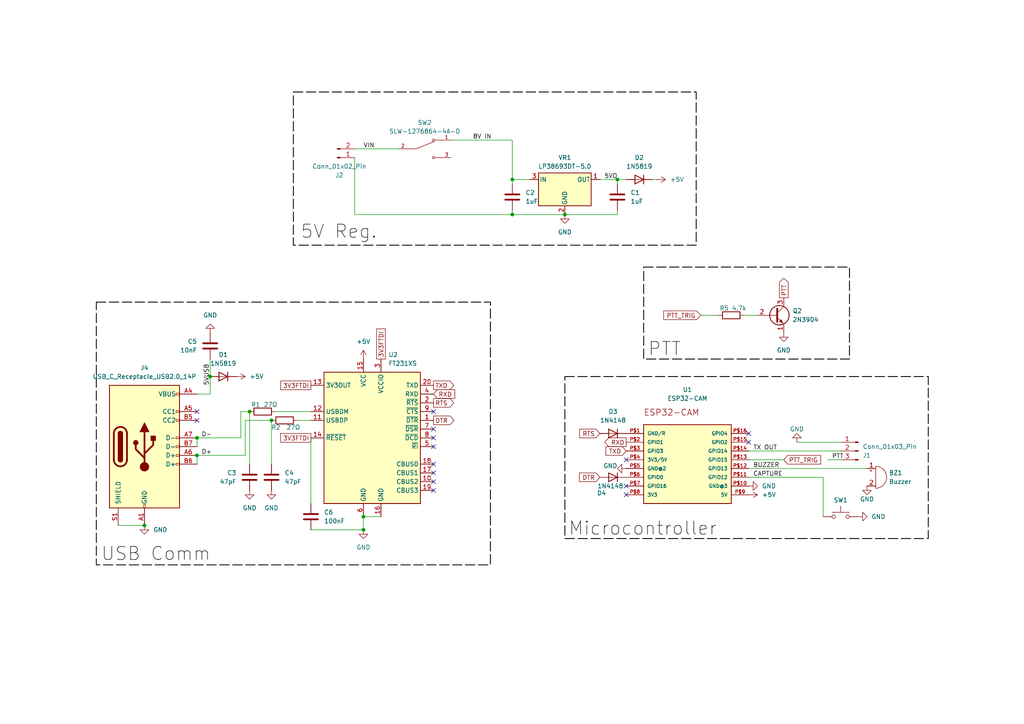
<source format=kicad_sch>
(kicad_sch (version 20250114) (generator "eeschema") (generator_version "9.0")
  (paper "A4")
  (title_block (title "SSTV Backpack") (date "2025-08-29") (rev "1.1"))
  (lib_symbols
    (symbol "Connector:Conn_01x02_Pin" (pin_names (offset 1.016) (hide yes))
      (property "Reference" "J" (at 0 2.54 0))
      (property "Value" "Conn_01x02_Pin" (at 0 -5.08 0))
      (symbol "Conn_01x02_Pin_1_1"
        (rectangle (start 0.8636 0.127) (end 0 -0.127) (stroke (width 0.1524)) (fill (type outline)))
        (rectangle (start 0.8636 -2.413) (end 0 -2.667) (stroke (width 0.1524)) (fill (type outline)))
        (polyline (pts (xy 1.27 0) (xy 0.8636 0)) (stroke (width 0.1524)))
        (polyline (pts (xy 1.27 -2.54) (xy 0.8636 -2.54)) (stroke (width 0.1524)))
        (pin passive line (at 5.08 0 180) (length 3.81) (name "Pin_1") (number "1"))
        (pin passive line (at 5.08 -2.54 180) (length 3.81) (name "Pin_2") (number "2"))
      )
    )
    (symbol "Connector:Conn_01x03_Pin" (pin_names (offset 1.016) (hide yes))
      (property "Reference" "J" (at 0 5.08 0))
      (property "Value" "Conn_01x03_Pin" (at 0 -5.08 0))
      (symbol "Conn_01x03_Pin_1_1"
        (rectangle (start 0.8636 2.667) (end 0 2.413) (stroke (width 0.1524)) (fill (type outline)))
        (rectangle (start 0.8636 0.127) (end 0 -0.127) (stroke (width 0.1524)) (fill (type outline)))
        (rectangle (start 0.8636 -2.413) (end 0 -2.667) (stroke (width 0.1524)) (fill (type outline)))
        (polyline (pts (xy 1.27 2.54) (xy 0.8636 2.54)) (stroke (width 0.1524)))
        (polyline (pts (xy 1.27 0) (xy 0.8636 0)) (stroke (width 0.1524)))
        (polyline (pts (xy 1.27 -2.54) (xy 0.8636 -2.54)) (stroke (width 0.1524)))
        (pin passive line (at 5.08 2.54 180) (length 3.81) (name "Pin_1") (number "1"))
        (pin passive line (at 5.08 0 180) (length 3.81) (name "Pin_2") (number "2"))
        (pin passive line (at 5.08 -2.54 180) (length 3.81) (name "Pin_3") (number "3"))
      )
    )
    (symbol "Connector:USB_C_Receptacle_USB2.0_14P" (pin_names (offset 1.016))
      (property "Reference" "J" (at 0 22.225 0))
      (property "Value" "USB_C_Receptacle_USB2.0_14P" (at 0 19.685 0))
      (symbol "USB_C_Receptacle_USB2.0_14P_0_0"
        (rectangle (start -0.254 -17.78) (end 0.254 -16.764))
        (rectangle (start 10.16 15.494) (end 9.144 14.986))
        (rectangle (start 10.16 10.414) (end 9.144 9.906))
        (rectangle (start 10.16 7.874) (end 9.144 7.366))
        (rectangle (start 10.16 2.794) (end 9.144 2.286))
        (rectangle (start 10.16 0.254) (end 9.144 -0.254))
        (rectangle (start 10.16 -2.286) (end 9.144 -2.794))
        (rectangle (start 10.16 -4.826) (end 9.144 -5.334))
      )
      (symbol "USB_C_Receptacle_USB2.0_14P_0_1"
        (rectangle (start -10.16 17.78) (end 10.16 -17.78) (stroke (width 0.254)) (fill (type background)))
        (polyline (pts (xy -8.89 -3.81) (xy -8.89 3.81)) (stroke (width 0.508)))
        (rectangle (start -7.62 -3.81) (end -6.35 3.81) (stroke (width 0.254)) (fill (type outline)))
        (arc (start -7.62 3.81) (mid -6.985 4.4423) (end -6.35 3.81) (stroke (width 0.254)))
        (arc (start -7.62 3.81) (mid -6.985 4.4423) (end -6.35 3.81) (stroke (width 0.254)) (fill (type outline)))
        (arc (start -8.89 3.81) (mid -6.985 5.7067) (end -5.08 3.81) (stroke (width 0.508)))
        (arc (start -5.08 -3.81) (mid -6.985 -5.7067) (end -8.89 -3.81) (stroke (width 0.508)))
        (arc (start -6.35 -3.81) (mid -6.985 -4.4423) (end -7.62 -3.81) (stroke (width 0.254)))
        (arc (start -6.35 -3.81) (mid -6.985 -4.4423) (end -7.62 -3.81) (stroke (width 0.254)) (fill (type outline)))
        (polyline (pts (xy -5.08 3.81) (xy -5.08 -3.81)) (stroke (width 0.508)))
        (circle (center -2.54 1.143) (radius 0.635) (stroke (width 0.254)) (fill (type outline)))
        (polyline (pts (xy -1.27 4.318) (xy 0 6.858) (xy 1.27 4.318) (xy -1.27 4.318)) (stroke (width 0.254)) (fill (type outline)))
        (polyline (pts (xy 0 -2.032) (xy 2.54 0.508) (xy 2.54 1.778)) (stroke (width 0.508)))
        (polyline (pts (xy 0 -3.302) (xy -2.54 -0.762) (xy -2.54 0.508)) (stroke (width 0.508)))
        (polyline (pts (xy 0 -5.842) (xy 0 4.318)) (stroke (width 0.508)))
        (circle (center 0 -5.842) (radius 1.27) (fill (type outline)))
        (rectangle (start 1.905 1.778) (end 3.175 3.048) (stroke (width 0.254)) (fill (type outline)))
      )
      (symbol "USB_C_Receptacle_USB2.0_14P_1_1"
        (pin passive line (at -7.62 -22.86 90) (length 5.08) (name "SHIELD") (number "S1"))
        (pin passive line (at 0 -22.86 90) (length 5.08) (name "GND") (number "A1"))
        (pin passive line (at 0 -22.86 90) (length 5.08) (hide yes) (name "GND") (number "A12"))
        (pin passive line (at 0 -22.86 90) (length 5.08) (hide yes) (name "GND") (number "B1"))
        (pin passive line (at 0 -22.86 90) (length 5.08) (hide yes) (name "GND") (number "B12"))
        (pin passive line (at 15.24 15.24 180) (length 5.08) (name "VBUS") (number "A4"))
        (pin passive line (at 15.24 15.24 180) (length 5.08) (hide yes) (name "VBUS") (number "A9"))
        (pin passive line (at 15.24 15.24 180) (length 5.08) (hide yes) (name "VBUS") (number "B4"))
        (pin passive line (at 15.24 15.24 180) (length 5.08) (hide yes) (name "VBUS") (number "B9"))
        (pin bidirectional line (at 15.24 10.16 180) (length 5.08) (name "CC1") (number "A5"))
        (pin bidirectional line (at 15.24 7.62 180) (length 5.08) (name "CC2") (number "B5"))
        (pin bidirectional line (at 15.24 2.54 180) (length 5.08) (name "D-") (number "A7"))
        (pin bidirectional line (at 15.24 0 180) (length 5.08) (name "D-") (number "B7"))
        (pin bidirectional line (at 15.24 -2.54 180) (length 5.08) (name "D+") (number "A6"))
        (pin bidirectional line (at 15.24 -5.08 180) (length 5.08) (name "D+") (number "B6"))
      )
    )
    (symbol "Device:Buzzer" (pin_names (offset 0.0254) (hide yes))
      (property "Reference" "BZ" (at 3.81 1.27 0))
      (property "Value" "Buzzer" (at 3.81 -1.27 0))
      (symbol "Buzzer_0_1"
        (polyline (pts (xy -1.651 1.905) (xy -1.143 1.905)))
        (polyline (pts (xy -1.397 2.159) (xy -1.397 1.651)))
        (arc (start 0 3.175) (mid 3.1612 0) (end 0 -3.175))
        (polyline (pts (xy 0 3.175) (xy 0 -3.175)))
      )
      (symbol "Buzzer_1_1"
        (pin passive line (at -2.54 2.54 0) (length 2.54) (name "+") (number "1"))
        (pin passive line (at -2.54 -2.54 0) (length 2.54) (name "-") (number "2"))
      )
    )
    (symbol "Device:C" (pin_numbers (hide yes)) (pin_names (offset 0.254))
      (property "Reference" "C" (at 0.635 2.54 0))
      (property "Value" "C" (at 0.635 -2.54 0))
      (symbol "C_0_1"
        (polyline (pts (xy -2.032 0.762) (xy 2.032 0.762)) (stroke (width 0.508)))
        (polyline (pts (xy -2.032 -0.762) (xy 2.032 -0.762)) (stroke (width 0.508)))
      )
      (symbol "C_1_1"
        (pin passive line (at 0 3.81 270) (length 2.794) (name "~") (number "1"))
        (pin passive line (at 0 -3.81 90) (length 2.794) (name "~") (number "2"))
      )
    )
    (symbol "Device:D" (pin_numbers (hide yes)) (pin_names (offset 1.016) (hide yes))
      (property "Reference" "D" (at 0 2.54 0))
      (property "Value" "D" (at 0 -2.54 0))
      (symbol "D_0_1"
        (polyline (pts (xy -1.27 1.27) (xy -1.27 -1.27)) (stroke (width 0.254)))
        (polyline (pts (xy 1.27 1.27) (xy 1.27 -1.27) (xy -1.27 0) (xy 1.27 1.27)) (stroke (width 0.254)))
        (polyline (pts (xy 1.27 0) (xy -1.27 0)))
      )
      (symbol "D_1_1"
        (pin passive line (at -3.81 0 0) (length 2.54) (name "K") (number "1"))
        (pin passive line (at 3.81 0 180) (length 2.54) (name "A") (number "2"))
      )
    )
    (symbol "Device:R" (pin_numbers (hide yes)) (pin_names (offset 0))
      (property "Reference" "R" (at 2.032 0 90))
      (property "Value" "R" (at 0 0 90))
      (symbol "R_0_1"
        (rectangle (start -1.016 -2.54) (end 1.016 2.54) (stroke (width 0.254)))
      )
      (symbol "R_1_1"
        (pin passive line (at 0 3.81 270) (length 1.27) (name "~") (number "1"))
        (pin passive line (at 0 -3.81 90) (length 1.27) (name "~") (number "2"))
      )
    )
    (symbol "ESP32-CAM:ESP32-CAM" (pin_names (offset 1.016))
      (property "Reference" "U1" (at 0 22.86 0))
      (property "Value" "ESP32-CAM" (at 0 20.32 0))
      (symbol "ESP32-CAM_0_0"
        (rectangle (start -12.7 -10.16) (end 12.7 12.7) (stroke (width 0.254)) (fill (type background)))
        (text "ESP32-CAM" (at -12.7 15.24 0) (effects (font (size 1.778 1.778)) (justify left bottom)))
        (pin bidirectional line (at -17.78 7.62 0) (length 5.08) (name "GPIO1") (number "P$2"))
        (pin bidirectional line (at -17.78 5.08 0) (length 5.08) (name "GPIO3") (number "P$3"))
        (pin bidirectional line (at -17.78 2.54 0) (length 5.08) (name "3V3/5V") (number "P$4"))
        (pin bidirectional line (at -17.78 0 0) (length 5.08) (name "GND@2") (number "P$5"))
        (pin bidirectional line (at -17.78 -2.54 0) (length 5.08) (name "GPIO0") (number "P$6"))
        (pin bidirectional line (at -17.78 -5.08 0) (length 5.08) (name "GPIO16") (number "P$7"))
        (pin bidirectional line (at -17.78 -7.62 0) (length 5.08) (name "3V3") (number "P$8"))
        (pin bidirectional line (at 17.78 10.16 180) (length 5.08) (name "GPIO4") (number "P$16"))
        (pin bidirectional line (at 17.78 7.62 180) (length 5.08) (name "GPIO2") (number "P$15"))
        (pin bidirectional line (at 17.78 5.08 180) (length 5.08) (name "GPIO14") (number "P$14"))
        (pin bidirectional line (at 17.78 2.54 180) (length 5.08) (name "GPIO15") (number "P$13"))
        (pin bidirectional line (at 17.78 0 180) (length 5.08) (name "GPIO13") (number "P$12"))
        (pin bidirectional line (at 17.78 -2.54 180) (length 5.08) (name "GPIO12") (number "P$11"))
        (pin bidirectional line (at 17.78 -5.08 180) (length 5.08) (name "GND@3") (number "P$10"))
        (pin bidirectional line (at 17.78 -7.62 180) (length 5.08) (name "5V") (number "P$9"))
      )
      (symbol "ESP32-CAM_1_0"
        (pin bidirectional line (at -17.78 10.16 0) (length 5.08) (name "GND/R") (number "P$1"))
      )
    )
    (symbol "Interface_USB:FT231XS"
      (property "Reference" "U" (at -13.97 20.32 0))
      (property "Value" "FT231XS" (at 7.62 20.32 0))
      (symbol "FT231XS_0_1"
        (rectangle (start -13.97 19.05) (end 13.97 -19.05) (stroke (width 0.254)) (fill (type background)))
      )
      (symbol "FT231XS_1_1"
        (pin power_out line (at -17.78 15.24 0) (length 3.81) (name "3V3OUT") (number "13"))
        (pin bidirectional line (at -17.78 7.62 0) (length 3.81) (name "USBDM") (number "12"))
        (pin bidirectional line (at -17.78 5.08 0) (length 3.81) (name "USBDP") (number "11"))
        (pin input line (at -17.78 0 0) (length 3.81) (name "~{RESET}") (number "14"))
        (pin power_in line (at -2.54 22.86 270) (length 3.81) (name "VCC") (number "15"))
        (pin power_in line (at -2.54 -22.86 90) (length 3.81) (name "GND") (number "6"))
        (pin power_in line (at 2.54 22.86 270) (length 3.81) (name "VCCIO") (number "3"))
        (pin power_in line (at 2.54 -22.86 90) (length 3.81) (name "GND") (number "16"))
        (pin output line (at 17.78 15.24 180) (length 3.81) (name "TXD") (number "20"))
        (pin input line (at 17.78 12.7 180) (length 3.81) (name "RXD") (number "4"))
        (pin output line (at 17.78 10.16 180) (length 3.81) (name "~{RTS}") (number "2"))
        (pin input line (at 17.78 7.62 180) (length 3.81) (name "~{CTS}") (number "9"))
        (pin output line (at 17.78 5.08 180) (length 3.81) (name "~{DTR}") (number "1"))
        (pin input line (at 17.78 2.54 180) (length 3.81) (name "~{DSR}") (number "7"))
        (pin input line (at 17.78 0 180) (length 3.81) (name "~{DCD}") (number "8"))
        (pin input line (at 17.78 -2.54 180) (length 3.81) (name "~{RI}") (number "5"))
        (pin bidirectional line (at 17.78 -7.62 180) (length 3.81) (name "CBUS0") (number "18"))
        (pin bidirectional line (at 17.78 -10.16 180) (length 3.81) (name "CBUS1") (number "17"))
        (pin bidirectional line (at 17.78 -12.7 180) (length 3.81) (name "CBUS2") (number "10"))
        (pin bidirectional line (at 17.78 -15.24 180) (length 3.81) (name "CBUS3") (number "19"))
      )
    )
    (symbol "Regulator_Linear:LP38693DT-5.0" (pin_names (offset 0.254))
      (property "Reference" "U" (at -6.35 5.715 0))
      (property "Value" "LP38693DT-5.0" (at 0 5.715 0))
      (symbol "LP38693DT-5.0_0_1"
        (rectangle (start -7.62 -5.08) (end 7.62 4.445) (stroke (width 0.254)) (fill (type background)))
      )
      (symbol "LP38693DT-5.0_1_1"
        (pin power_in line (at -10.16 2.54 0) (length 2.54) (name "IN") (number "3"))
        (pin power_in line (at 0 -7.62 90) (length 2.54) (name "GND") (number "2"))
        (pin power_out line (at 10.16 2.54 180) (length 2.54) (name "OUT") (number "1"))
      )
    )
    (symbol "Switch:SW_Push" (pin_numbers (hide yes)) (pin_names (offset 1.016) (hide yes))
      (property "Reference" "SW" (at 1.27 2.54 0))
      (property "Value" "SW_Push" (at 0 -1.524 0))
      (symbol "SW_Push_0_1"
        (circle (center -2.032 0) (radius 0.508))
        (polyline (pts (xy 0 1.27) (xy 0 3.048)))
        (circle (center 2.032 0) (radius 0.508))
        (polyline (pts (xy 2.54 1.27) (xy -2.54 1.27)))
        (pin passive line (at -5.08 0 0) (length 2.54) (name "1") (number "1"))
        (pin passive line (at 5.08 0 180) (length 2.54) (name "2") (number "2"))
      )
    )
    (symbol "SwitchSPDT:SLW-1276864-4A-D" (pin_names (offset 1.016))
      (property "Reference" "S" (at -2.54 5.08 0))
      (property "Value" "SLW-1276864-4A-D" (at -2.54 -5.08 0))
      (symbol "SLW-1276864-4A-D_0_0"
        (polyline (pts (xy -2.54 0) (xy -5.08 0)) (stroke (width 0.1524)))
        (polyline (pts (xy -2.54 0) (xy 2.794 2.1336)) (stroke (width 0.1524)))
        (circle (center 2.54 2.54) (radius 0.3302) (stroke (width 0.1524)))
        (circle (center 2.54 -2.54) (radius 0.3302) (stroke (width 0.1524)))
        (polyline (pts (xy 5.08 2.54) (xy 2.921 2.54)) (stroke (width 0.1524)))
        (polyline (pts (xy 5.08 -2.54) (xy 2.921 -2.54)) (stroke (width 0.1524)))
        (pin passive line (at -7.62 0 0) (length 2.54) (name "~") (number "2"))
        (pin passive line (at 7.62 2.54 180) (length 2.54) (name "~") (number "1"))
        (pin passive line (at 7.62 -2.54 180) (length 2.54) (name "~") (number "3"))
      )
    )
    (symbol "Transistor_BJT:2N3904" (pin_names (offset 0) (hide yes))
      (property "Reference" "Q" (at 5.08 1.905 0))
      (property "Value" "2N3904" (at 5.08 0 0))
      (symbol "2N3904_0_1"
        (polyline (pts (xy -2.54 0) (xy 0.635 0)))
        (polyline (pts (xy 0.635 1.905) (xy 0.635 -1.905)) (stroke (width 0.508)))
        (circle (center 1.27 0) (radius 2.8194) (stroke (width 0.254)))
      )
      (symbol "2N3904_1_1"
        (polyline (pts (xy 0.635 0.635) (xy 2.54 2.54)))
        (polyline (pts (xy 0.635 -0.635) (xy 2.54 -2.54)))
        (polyline (pts (xy 1.27 -1.778) (xy 1.778 -1.27) (xy 2.286 -2.286) (xy 1.27 -1.778)) (fill (type outline)))
        (pin input line (at -5.08 0 0) (length 2.54) (name "B") (number "2"))
        (pin passive line (at 2.54 5.08 270) (length 2.54) (name "C") (number "3"))
        (pin passive line (at 2.54 -5.08 90) (length 2.54) (name "E") (number "1"))
      )
    )
    (symbol "power:+5V" (power) (pin_numbers (hide yes)) (pin_names (offset 0) (hide yes))
      (property "Value" "+5V" (at 0 3.556 0))
      (symbol "+5V_0_1"
        (polyline (pts (xy -0.762 1.27) (xy 0 2.54)))
        (polyline (pts (xy 0 2.54) (xy 0.762 1.27)))
        (polyline (pts (xy 0 0) (xy 0 2.54)))
      )
      (symbol "+5V_1_1"
        (pin power_in line (at 0 0 90) (length 0) (name "~") (number "1"))
      )
    )
    (symbol "power:GND" (power) (pin_numbers (hide yes)) (pin_names (offset 0) (hide yes))
      (property "Value" "GND" (at 0 -3.81 0))
      (symbol "GND_0_1"
        (polyline (pts (xy 0 0) (xy 0 -1.27) (xy 1.27 -1.27) (xy 0 -2.54) (xy -1.27 -1.27) (xy 0 -1.27)))
      )
      (symbol "GND_1_1"
        (pin power_in line (at 0 0 270) (length 0) (name "~") (number "1"))
      )
    )
  )
  (rectangle (start 163.83 109.22) (end 269.24 156.21) (stroke (width 0.25) (type dash) (color 0 0 0 1)))
  (rectangle (start 85.09 26.67) (end 201.93 71.12) (stroke (width 0.25) (type dash) (color 0 0 0 1)))
  (rectangle (start 27.94 87.63) (end 142.24 163.83) (stroke (width 0.25) (type dash) (color 0 0 0 1)))
  (rectangle (start 186.69 77.47) (end 246.38 104.14) (stroke (width 0.25) (type dash) (color 0 0 0 1)))
  (text "5V Reg." (at 98.298 67.31 0) (effects (font (size 3.81 3.81))))
  (text "Microcontroller" (at 186.436 153.416 0) (effects (font (size 3.81 3.81))))
  (text "USB Comm" (at 45.212 160.782 0) (effects (font (size 3.81 3.81))))
  (text "PTT" (at 192.786 101.346 0) (effects (font (size 3.81 3.81))))
  (junction (at 163.83 62.23))
  (junction (at 148.59 62.23))
  (junction (at 78.74 121.92))
  (junction (at 72.39 119.38))
  (junction (at 60.96 109.22))
  (junction (at 179.07 52.07))
  (junction (at 148.59 52.07))
  (junction (at 57.15 132.08))
  (junction (at 105.41 149.86))
  (junction (at 41.91 152.4))
  (junction (at 105.41 153.67))
  (junction (at 57.15 127))
  (no_connect (at 181.61 140.97))
  (no_connect (at 181.61 133.35))
  (no_connect (at 57.15 119.38))
  (no_connect (at 125.73 134.62))
  (no_connect (at 217.17 128.27))
  (no_connect (at 125.73 127))
  (no_connect (at 125.73 119.38))
  (no_connect (at 181.61 143.51))
  (no_connect (at 125.73 124.46))
  (no_connect (at 57.15 121.92))
  (no_connect (at 217.17 125.73))
  (no_connect (at 125.73 129.54))
  (no_connect (at 125.73 142.24))
  (no_connect (at 125.73 137.16))
  (no_connect (at 125.73 139.7))
  (wire (pts (xy 69.85 119.38) (xy 72.39 119.38)))
  (wire (pts (xy 57.15 127) (xy 69.85 127)))
  (wire (pts (xy 179.07 60.96) (xy 179.07 62.23)))
  (wire (pts (xy 102.87 45.72) (xy 102.87 62.23)))
  (wire (pts (xy 60.96 104.14) (xy 60.96 109.22)))
  (wire (pts (xy 203.2 91.44) (xy 208.28 91.44)))
  (wire (pts (xy 148.59 60.96) (xy 148.59 62.23)))
  (wire (pts (xy 148.59 53.34) (xy 148.59 52.07)))
  (wire (pts (xy 71.12 132.08) (xy 71.12 121.92)))
  (wire (pts (xy 240.03 133.35) (xy 243.84 133.35)))
  (wire (pts (xy 102.87 43.18) (xy 115.57 43.18)))
  (wire (pts (xy 86.36 121.92) (xy 90.17 121.92)))
  (wire (pts (xy 163.83 62.23) (xy 179.07 62.23)))
  (wire (pts (xy 179.07 52.07) (xy 179.07 53.34)))
  (wire (pts (xy 69.85 119.38) (xy 69.85 127)))
  (wire (pts (xy 34.29 152.4) (xy 41.91 152.4)))
  (wire (pts (xy 238.76 138.43) (xy 238.76 149.86)))
  (wire (pts (xy 90.17 146.05) (xy 90.17 127)))
  (wire (pts (xy 148.59 62.23) (xy 163.83 62.23)))
  (wire (pts (xy 57.15 127) (xy 57.15 129.54)))
  (wire (pts (xy 130.81 40.64) (xy 148.59 40.64)))
  (wire (pts (xy 105.41 149.86) (xy 110.49 149.86)))
  (wire (pts (xy 60.96 109.22) (xy 60.96 114.3)))
  (wire (pts (xy 102.87 62.23) (xy 148.59 62.23)))
  (wire (pts (xy 78.74 121.92) (xy 78.74 134.62)))
  (wire (pts (xy 72.39 119.38) (xy 72.39 134.62)))
  (wire (pts (xy 90.17 153.67) (xy 105.41 153.67)))
  (wire (pts (xy 181.61 52.07) (xy 179.07 52.07)))
  (wire (pts (xy 243.84 128.27) (xy 231.14 128.27)))
  (wire (pts (xy 105.41 153.67) (xy 105.41 149.86)))
  (wire (pts (xy 215.9 91.44) (xy 219.71 91.44)))
  (wire (pts (xy 217.17 133.35) (xy 227.33 133.35)))
  (wire (pts (xy 217.17 138.43) (xy 238.76 138.43)))
  (wire (pts (xy 57.15 132.08) (xy 71.12 132.08)))
  (wire (pts (xy 80.01 119.38) (xy 90.17 119.38)))
  (wire (pts (xy 57.15 114.3) (xy 60.96 114.3)))
  (wire (pts (xy 217.17 130.81) (xy 243.84 130.81)))
  (wire (pts (xy 217.17 135.89) (xy 251.46 135.89)))
  (wire (pts (xy 173.99 52.07) (xy 179.07 52.07)))
  (wire (pts (xy 190.5 52.07) (xy 189.23 52.07)))
  (wire (pts (xy 148.59 52.07) (xy 153.67 52.07)))
  (wire (pts (xy 57.15 132.08) (xy 57.15 134.62)))
  (wire (pts (xy 148.59 40.64) (xy 148.59 52.07)))
  (wire (pts (xy 71.12 121.92) (xy 78.74 121.92)))
  (label "VIN" (at 105.41 43.18 0))
  (label "BUZZER" (at 218.44 135.89 0))
  (label "CAPTURE" (at 218.44 138.43 0))
  (label "5VO" (at 175.26 52.07 0))
  (label "PTT" (at 241.3 133.35 0))
  (label "8V IN" (at 137.16 40.64 0))
  (label "D-" (at 58.42 127 0))
  (label "5VUSB" (at 60.96 111.76 90))
  (label "TX OUT" (at 218.44 130.81 0))
  (label "D+" (at 58.42 132.08 0))
  (global_label "TXD" (shape input) (at 181.61 130.81 180) (property "Intersheetrefs" "${INTERSHEET_REFS}" (effects (hide yes))))
  (global_label "RXD" (shape output) (at 181.61 128.27 180) (property "Intersheetrefs" "${INTERSHEET_REFS}" (effects (hide yes))))
  (global_label "RXD" (shape input) (at 125.73 114.3 0) (property "Intersheetrefs" "${INTERSHEET_REFS}" (effects (hide yes))))
  (global_label "3V3FTDI" (shape passive) (at 110.49 104.14 90) (property "Intersheetrefs" "${INTERSHEET_REFS}" (effects (hide yes))))
  (global_label "RTS" (shape input) (at 173.99 125.73 180) (property "Intersheetrefs" "${INTERSHEET_REFS}" (effects (hide yes))))
  (global_label "DTR" (shape output) (at 125.73 121.92 0) (property "Intersheetrefs" "${INTERSHEET_REFS}" (effects (hide yes))))
  (global_label "PTT_TRIG" (shape input) (at 203.2 91.44 180) (property "Intersheetrefs" "${INTERSHEET_REFS}" (effects (hide yes))))
  (global_label "3V3FTDI" (shape passive) (at 90.17 111.76 180) (property "Intersheetrefs" "${INTERSHEET_REFS}" (effects (hide yes))))
  (global_label "TXD" (shape output) (at 125.73 111.76 0) (property "Intersheetrefs" "${INTERSHEET_REFS}" (effects (hide yes))))
  (global_label "RTS" (shape output) (at 125.73 116.84 0) (property "Intersheetrefs" "${INTERSHEET_REFS}" (effects (hide yes))))
  (global_label "DTR" (shape input) (at 173.99 138.43 180) (property "Intersheetrefs" "${INTERSHEET_REFS}" (effects (hide yes))))
  (global_label "PTT" (shape output) (at 227.33 86.36 90) (property "Intersheetrefs" "${INTERSHEET_REFS}" (effects (hide yes))))
  (global_label "PTT_TRIG" (shape input) (at 227.33 133.35 0) (property "Intersheetrefs" "${INTERSHEET_REFS}" (effects (hide yes))))
  (global_label "3V3FTDI" (shape passive) (at 90.17 127 180) (property "Intersheetrefs" "${INTERSHEET_REFS}" (effects (hide yes))))
  (symbol (lib_id "power:GND") (at 227.33 96.52 0) (unit 1)
    (property "Reference" "#PWR07" (effects (hide yes)))
    (property "Value" "GND" (at 227.33 101.6 0))
    (property "Description" "Power symbol creates a global label with name \"GND\" , ground" (effects (hide yes)))
  )
  (symbol (lib_id "Device:C") (at 90.17 149.86 0) (unit 1)
    (property "Reference" "C6" (at 93.98 148.5899 0) (effects (justify left)))
    (property "Value" "100nF" (at 93.98 151.1299 0) (effects (justify left)))
    (property "Footprint" "Capacitor_THT:C_Disc_D4.7mm_W2.5mm_P5.00mm" (effects (hide yes)))
    (property "Description" "Unpolarized capacitor" (effects (hide yes)))
  )
  (symbol (lib_id "Device:C") (at 78.74 138.43 0) (unit 1)
    (property "Reference" "C4" (at 82.55 137.1599 0) (effects (justify left)))
    (property "Value" "47pF" (at 82.55 139.6999 0) (effects (justify left)))
    (property "Footprint" "Capacitor_THT:C_Disc_D4.7mm_W2.5mm_P5.00mm" (effects (hide yes)))
    (property "Description" "Unpolarized capacitor" (effects (hide yes)))
  )
  (symbol (lib_id "power:+5V") (at 217.17 143.51 270) (unit 1)
    (property "Reference" "#PWR03" (effects (hide yes)))
    (property "Value" "+5V" (at 220.98 143.5099 90) (effects (justify left)))
    (property "Description" "Power symbol creates a global label with name \"+5V\"" (effects (hide yes)))
  )
  (symbol (lib_id "SwitchSPDT:SLW-1276864-4A-D") (at 123.19 43.18 0) (unit 1)
    (property "Reference" "SW2" (at 123.19 35.56 0))
    (property "Value" "SLW-1276864-4A-D" (at 123.19 38.1 0))
    (property "Footprint" "SwitchSPDT:SW_SLW-1276864-4A-D" (effects (hide yes)))
    (property "PARTREV" "1.01" (effects (hide yes)))
    (property "STANDARD" "Manufacturer Recommendations" (effects (hide yes)))
    (property "MAXIMUM_PACKAGE_HEIGHT" "10.6mm" (effects (hide yes)))
    (property "MANUFACTURER" "Same Sky" (effects (hide yes)))
  )
  (symbol (lib_id "Regulator_Linear:LP38693DT-5.0") (at 163.83 54.61 0) (unit 1)
    (property "Reference" "VR1" (at 163.83 45.72 0))
    (property "Value" "LP38693DT-5.0" (at 163.83 48.26 0))
    (property "Footprint" "Package_TO_SOT_SMD:TO-252-2" (effects (hide yes)))
    (property "Datasheet" "https://www.ti.com/lit/ds/symlink/lp38693.pdf" (effects (hide yes)))
    (property "Description" "500-mA Low-Dropout CMOS Linear Regulators Stable With Ceramic Output Capacitors, 5.0V output voltage, TO-252" (effects (hide yes)))
  )
  (symbol (lib_id "Device:R") (at 82.55 121.92 90) (unit 1)
    (property "Reference" "R2" (at 80.01 123.952 90))
    (property "Value" "27Ω" (at 85.09 123.952 90))
    (property "Footprint" "Resistor_THT:R_Axial_DIN0207_L6.3mm_D2.5mm_P7.62mm_Horizontal" (effects (hide yes)))
    (property "Description" "Resistor" (effects (hide yes)))
  )
  (symbol (lib_id "power:GND") (at 72.39 142.24 0) (unit 1)
    (property "Reference" "#PWR017" (effects (hide yes)))
    (property "Value" "GND" (at 72.39 147.32 0))
    (property "Description" "Power symbol creates a global label with name \"GND\" , ground" (effects (hide yes)))
  )
  (symbol (lib_id "Device:C") (at 72.39 138.43 0) (mirror y) (unit 1)
    (property "Reference" "C3" (at 68.58 137.1599 0) (effects (justify left)))
    (property "Value" "47pF" (at 68.58 139.6999 0) (effects (justify left)))
    (property "Footprint" "Capacitor_THT:C_Disc_D4.7mm_W2.5mm_P5.00mm" (effects (hide yes)))
    (property "Description" "Unpolarized capacitor" (effects (hide yes)))
  )
  (symbol (lib_id "Interface_USB:FT231XS") (at 107.95 127 0) (unit 1)
    (property "Reference" "U2" (at 112.6333 102.87 0) (effects (justify left)))
    (property "Value" "FT231XS" (at 112.6333 105.41 0) (effects (justify left)))
    (property "Footprint" "Package_SO:SSOP-20_3.9x8.7mm_P0.635mm" (effects (hide yes)))
    (property "Datasheet" "https://www.ftdichip.com/Support/Documents/DataSheets/ICs/DS_FT231X.pdf" (effects (hide yes)))
    (property "Description" "Full Speed USB to Full Handshake UART, SSOP-20" (effects (hide yes)))
  )
  (symbol (lib_id "Connector:Conn_01x02_Pin") (at 97.79 45.72 0) (mirror x) (unit 1)
    (property "Reference" "J2" (at 98.425 50.8 0))
    (property "Value" "Conn_01x02_Pin" (at 98.425 48.26 0))
    (property "Footprint" "Connector_PinHeader_2.54mm:PinHeader_1x02_P2.54mm_Vertical" (effects (hide yes)))
    (property "Description" "Generic connector, single row, 01x02, script generated" (effects (hide yes)))
  )
  (symbol (lib_id "power:GND") (at 60.96 96.52 180) (unit 1)
    (property "Reference" "#PWR019" (effects (hide yes)))
    (property "Value" "GND" (at 60.96 91.44 0))
    (property "Description" "Power symbol creates a global label with name \"GND\" , ground" (effects (hide yes)))
  )
  (symbol (lib_id "ESP32-CAM:ESP32-CAM") (at 199.39 135.89 0) (unit 1)
    (property "Reference" "U1" (at 199.39 113.03 0))
    (property "Value" "ESP32-CAM" (at 199.39 115.57 0))
    (property "Footprint" "ESP32-CAM:ESP32-CAM" (effects (hide yes)))
    (property "MF" "AI-Thinker" (effects (hide yes)))
    (property "Description_1" "ESP32 ESP32 Transceiver; 802.11 a/b/g/n (Wi-Fi, WiFi, WLAN), Bluetooth® Smart 4.x Low Energy (BLE) Evaluation Board" (effects (hide yes)))
    (property "Package" "None" (effects (hide yes)))
    (property "Price" "None" (effects (hide yes)))
    (property "SnapEDA_Link" "https://www.snapeda.com/parts/ESP32-CAM/AI-Thinker/view-part/?ref=snap" (effects (hide yes)))
    (property "MP" "ESP32-CAM" (effects (hide yes)))
    (property "Availability" "Not in stock" (effects (hide yes)))
    (property "Check_prices" "https://www.snapeda.com/parts/ESP32-CAM/AI-Thinker/view-part/?ref=eda" (effects (hide yes)))
  )
  (symbol (lib_id "Device:D") (at 185.42 52.07 180) (unit 1)
    (property "Reference" "D2" (at 185.42 45.72 0))
    (property "Value" "1N5819" (at 185.42 48.26 0))
    (property "Footprint" "Diode_THT:D_DO-41_SOD81_P7.62mm_Horizontal" (effects (hide yes)))
    (property "Description" "Diode" (effects (hide yes)))
    (property "Sim.Device" "D" (effects (hide yes)))
    (property "Sim.Pins" "1=K 2=A" (effects (hide yes)))
  )
  (symbol (lib_id "Device:R") (at 212.09 91.44 90) (unit 1)
    (property "Reference" "R5" (at 210.058 89.408 90))
    (property "Value" "4.7k" (at 214.376 89.408 90))
    (property "Footprint" "Resistor_THT:R_Axial_DIN0207_L6.3mm_D2.5mm_P7.62mm_Horizontal" (effects (hide yes)))
    (property "Description" "Resistor" (effects (hide yes)))
  )
  (symbol (lib_id "power:GND") (at 181.61 135.89 270) (unit 1)
    (property "Reference" "#PWR06" (effects (hide yes)))
    (property "Value" "GND" (at 179.07 135.128 90) (effects (justify right)))
    (property "Description" "Power symbol creates a global label with name \"GND\" , ground" (effects (hide yes)))
  )
  (symbol (lib_id "power:GND") (at 163.83 62.23 0) (unit 1)
    (property "Reference" "#PWR01" (effects (hide yes)))
    (property "Value" "GND" (at 163.83 67.31 0))
    (property "Description" "Power symbol creates a global label with name \"GND\" , ground" (effects (hide yes)))
  )
  (symbol (lib_id "power:GND") (at 78.74 142.24 0) (unit 1)
    (property "Reference" "#PWR018" (effects (hide yes)))
    (property "Value" "GND" (at 78.74 147.32 0))
    (property "Description" "Power symbol creates a global label with name \"GND\" , ground" (effects (hide yes)))
  )
  (symbol (lib_id "Device:C") (at 60.96 100.33 0) (mirror y) (unit 1)
    (property "Reference" "C5" (at 57.15 99.0599 0) (effects (justify left)))
    (property "Value" "10nF" (at 57.15 101.5999 0) (effects (justify left)))
    (property "Footprint" "Capacitor_THT:C_Disc_D4.7mm_W2.5mm_P5.00mm" (effects (hide yes)))
    (property "Description" "Unpolarized capacitor" (effects (hide yes)))
  )
  (symbol (lib_id "power:GND") (at 217.17 140.97 90) (unit 1)
    (property "Reference" "#PWR05" (effects (hide yes)))
    (property "Value" "GND" (at 220.98 140.9699 90) (effects (justify right)))
    (property "Description" "Power symbol creates a global label with name \"GND\" , ground" (effects (hide yes)))
  )
  (symbol (lib_id "Connector:USB_C_Receptacle_USB2.0_14P") (at 41.91 129.54 0) (unit 1)
    (property "Reference" "J4" (at 41.91 106.68 0))
    (property "Value" "USB_C_Receptacle_USB2.0_14P" (at 41.91 109.22 0))
    (property "Footprint" "Connector_USB:USB_C_Receptacle_GCT_USB4085" (effects (hide yes)))
    (property "Datasheet" "https://www.usb.org/sites/default/files/documents/usb_type-c.zip" (effects (hide yes)))
    (property "Description" "USB 2.0-only 14P Type-C Receptacle connector" (effects (hide yes)))
  )
  (symbol (lib_id "Device:D") (at 64.77 109.22 180) (unit 1)
    (property "Reference" "D1" (at 64.77 102.87 0))
    (property "Value" "1N5819" (at 64.77 105.41 0))
    (property "Footprint" "Diode_THT:D_DO-41_SOD81_P7.62mm_Horizontal" (effects (hide yes)))
    (property "Description" "Diode" (effects (hide yes)))
    (property "Sim.Device" "D" (effects (hide yes)))
    (property "Sim.Pins" "1=K 2=A" (effects (hide yes)))
  )
  (symbol (lib_id "power:GND") (at 251.46 140.97 0) (unit 1)
    (property "Reference" "#PWR010" (effects (hide yes)))
    (property "Value" "GND" (at 251.46 144.78 0))
    (property "Description" "Power symbol creates a global label with name \"GND\" , ground" (effects (hide yes)))
  )
  (symbol (lib_id "power:+5V") (at 105.41 104.14 0) (unit 1)
    (property "Reference" "#PWR014" (effects (hide yes)))
    (property "Value" "+5V" (at 105.41 99.06 0))
    (property "Description" "Power symbol creates a global label with name \"+5V\"" (effects (hide yes)))
  )
  (symbol (lib_id "Device:R") (at 76.2 119.38 90) (unit 1)
    (property "Reference" "R1" (at 74.168 117.348 90))
    (property "Value" "27Ω" (at 78.486 117.348 90))
    (property "Footprint" "Resistor_THT:R_Axial_DIN0207_L6.3mm_D2.5mm_P7.62mm_Horizontal" (effects (hide yes)))
    (property "Description" "Resistor" (effects (hide yes)))
  )
  (symbol (lib_id "Device:Buzzer") (at 254 138.43 0) (unit 1)
    (property "Reference" "BZ1" (at 257.81 137.1599 0) (effects (justify left)))
    (property "Value" "Buzzer" (at 257.81 139.6999 0) (effects (justify left)))
    (property "Footprint" "Buzzer_Beeper:Buzzer_TDK_PS1240P02BT_D12.2mm_H6.5mm" (effects (hide yes)))
    (property "Description" "Buzzer, polarized" (effects (hide yes)))
  )
  (symbol (lib_id "power:+5V") (at 68.58 109.22 270) (unit 1)
    (property "Reference" "#PWR015" (effects (hide yes)))
    (property "Value" "+5V" (at 72.39 109.2199 90) (effects (justify left)))
    (property "Description" "Power symbol creates a global label with name \"+5V\"" (effects (hide yes)))
  )
  (symbol (lib_id "power:+5V") (at 190.5 52.07 270) (unit 1)
    (property "Reference" "#PWR02" (effects (hide yes)))
    (property "Value" "+5V" (at 194.31 52.0699 90) (effects (justify left)))
    (property "Description" "Power symbol creates a global label with name \"+5V\"" (effects (hide yes)))
  )
  (symbol (lib_id "Connector:Conn_01x03_Pin") (at 248.92 130.81 0) (mirror y) (unit 1)
    (property "Reference" "J1" (at 250.19 132.0801 0) (effects (justify right)))
    (property "Value" "Conn_01x03_Pin" (at 250.19 129.5401 0) (effects (justify right)))
    (property "Footprint" "Connector_PinHeader_2.54mm:PinHeader_1x03_P2.54mm_Vertical" (effects (hide yes)))
    (property "Description" "Generic connector, single row, 01x03, script generated" (effects (hide yes)))
  )
  (symbol (lib_id "power:GND") (at 248.92 149.86 90) (unit 1)
    (property "Reference" "#PWR04" (effects (hide yes)))
    (property "Value" "GND" (at 252.73 149.8599 90) (effects (justify right)))
    (property "Description" "Power symbol creates a global label with name \"GND\" , ground" (effects (hide yes)))
  )
  (symbol (lib_id "Device:D") (at 177.8 125.73 0) (mirror y) (unit 1)
    (property "Reference" "D3" (at 177.8 119.38 0))
    (property "Value" "1N4148" (at 177.8 121.92 0))
    (property "Footprint" "Diode_THT:D_DO-41_SOD81_P7.62mm_Horizontal" (effects (hide yes)))
    (property "Description" "Diode" (effects (hide yes)))
    (property "Sim.Device" "D" (effects (hide yes)))
    (property "Sim.Pins" "1=K 2=A" (effects (hide yes)))
  )
  (symbol (lib_id "power:GND") (at 41.91 152.4 0) (unit 1)
    (property "Reference" "#PWR016" (effects (hide yes)))
    (property "Value" "GND" (at 44.45 153.6699 0) (effects (justify left)))
    (property "Description" "Power symbol creates a global label with name \"GND\" , ground" (effects (hide yes)))
  )
  (symbol (lib_id "Device:C") (at 179.07 57.15 0) (unit 1)
    (property "Reference" "C1" (at 182.88 55.8799 0) (effects (justify left)))
    (property "Value" "1uF" (at 182.88 58.4199 0) (effects (justify left)))
    (property "Footprint" "Capacitor_THT:C_Disc_D3.4mm_W2.1mm_P2.50mm" (effects (hide yes)))
    (property "Description" "Unpolarized capacitor" (effects (hide yes)))
  )
  (symbol (lib_id "Device:C") (at 148.59 57.15 0) (unit 1)
    (property "Reference" "C2" (at 152.4 55.8799 0) (effects (justify left)))
    (property "Value" "1uF" (at 152.4 58.4199 0) (effects (justify left)))
    (property "Footprint" "Capacitor_THT:C_Disc_D3.4mm_W2.1mm_P2.50mm" (effects (hide yes)))
    (property "Description" "Unpolarized capacitor" (effects (hide yes)))
  )
  (symbol (lib_id "Switch:SW_Push") (at 243.84 149.86 0) (unit 1)
    (property "Reference" "SW1" (at 243.84 145.034 0))
    (property "Value" "SW_Push" (effects (hide yes)))
    (property "Description" "Push button switch, generic, two pins" (effects (hide yes)))
  )
  (symbol (lib_id "Transistor_BJT:2N3904") (at 224.79 91.44 0) (unit 1)
    (property "Reference" "Q2" (at 229.87 90.1699 0) (effects (justify left)))
    (property "Value" "2N3904" (at 229.87 92.7099 0) (effects (justify left)))
    (property "Footprint" "Package_TO_SOT_THT:TO-92_Inline" (effects (hide yes)))
    (property "Datasheet" "https://www.onsemi.com/pub/Collateral/2N3903-D.PDF" (effects (hide yes)))
    (property "Description" "0.2A Ic, 40V Vce, Small Signal NPN Transistor, TO-92" (effects (hide yes)))
  )
  (symbol (lib_id "power:GND") (at 105.41 153.67 0) (unit 1)
    (property "Reference" "#PWR013" (effects (hide yes)))
    (property "Value" "GND" (at 105.41 158.75 0))
    (property "Description" "Power symbol creates a global label with name \"GND\" , ground" (effects (hide yes)))
  )
  (symbol (lib_id "Device:D") (at 177.8 138.43 180) (unit 1)
    (property "Reference" "D4" (at 174.498 143.002 0))
    (property "Value" "1N4148" (at 177.038 140.97 0))
    (property "Footprint" "Diode_THT:D_DO-41_SOD81_P7.62mm_Horizontal" (effects (hide yes)))
    (property "Description" "Diode" (effects (hide yes)))
    (property "Sim.Device" "D" (effects (hide yes)))
    (property "Sim.Pins" "1=K 2=A" (effects (hide yes)))
  )
  (symbol (lib_id "power:GND") (at 231.14 128.27 180) (unit 1)
    (property "Reference" "#PWR09" (effects (hide yes)))
    (property "Value" "GND" (at 231.14 124.46 0))
    (property "Description" "Power symbol creates a global label with name \"GND\" , ground" (effects (hide yes)))
  )
)
</source>
